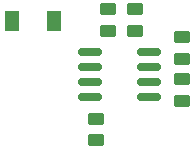
<source format=gbr>
%TF.GenerationSoftware,KiCad,Pcbnew,6.0.4-6f826c9f35~116~ubuntu20.04.1*%
%TF.CreationDate,2023-07-05T12:09:41+00:00*%
%TF.ProjectId,TTLLVDS01,54544c4c-5644-4533-9031-2e6b69636164,rev?*%
%TF.SameCoordinates,Original*%
%TF.FileFunction,Paste,Bot*%
%TF.FilePolarity,Positive*%
%FSLAX46Y46*%
G04 Gerber Fmt 4.6, Leading zero omitted, Abs format (unit mm)*
G04 Created by KiCad (PCBNEW 6.0.4-6f826c9f35~116~ubuntu20.04.1) date 2023-07-05 12:09:41*
%MOMM*%
%LPD*%
G01*
G04 APERTURE LIST*
G04 Aperture macros list*
%AMRoundRect*
0 Rectangle with rounded corners*
0 $1 Rounding radius*
0 $2 $3 $4 $5 $6 $7 $8 $9 X,Y pos of 4 corners*
0 Add a 4 corners polygon primitive as box body*
4,1,4,$2,$3,$4,$5,$6,$7,$8,$9,$2,$3,0*
0 Add four circle primitives for the rounded corners*
1,1,$1+$1,$2,$3*
1,1,$1+$1,$4,$5*
1,1,$1+$1,$6,$7*
1,1,$1+$1,$8,$9*
0 Add four rect primitives between the rounded corners*
20,1,$1+$1,$2,$3,$4,$5,0*
20,1,$1+$1,$4,$5,$6,$7,0*
20,1,$1+$1,$6,$7,$8,$9,0*
20,1,$1+$1,$8,$9,$2,$3,0*%
G04 Aperture macros list end*
%ADD10RoundRect,0.150000X-0.825000X-0.150000X0.825000X-0.150000X0.825000X0.150000X-0.825000X0.150000X0*%
%ADD11RoundRect,0.250000X-0.450000X0.262500X-0.450000X-0.262500X0.450000X-0.262500X0.450000X0.262500X0*%
%ADD12R,1.300000X1.700000*%
%ADD13RoundRect,0.250000X0.450000X-0.262500X0.450000X0.262500X-0.450000X0.262500X-0.450000X-0.262500X0*%
G04 APERTURE END LIST*
D10*
%TO.C,U1*%
X16321000Y5207000D03*
X16321000Y6477000D03*
X16321000Y7747000D03*
X16321000Y9017000D03*
X21271000Y9017000D03*
X21271000Y7747000D03*
X21271000Y6477000D03*
X21271000Y5207000D03*
%TD*%
D11*
%TO.C,C2*%
X16764000Y3389000D03*
X16764000Y1564000D03*
%TD*%
D12*
%TO.C,D1*%
X9708000Y11684000D03*
X13208000Y11684000D03*
%TD*%
D13*
%TO.C,R1*%
X20066000Y10835000D03*
X20066000Y12660000D03*
%TD*%
%TO.C,R2*%
X17780000Y10835000D03*
X17780000Y12660000D03*
%TD*%
%TO.C,R3*%
X24066500Y4929500D03*
X24066500Y6754500D03*
%TD*%
%TO.C,R4*%
X24066500Y8485500D03*
X24066500Y10310500D03*
%TD*%
M02*

</source>
